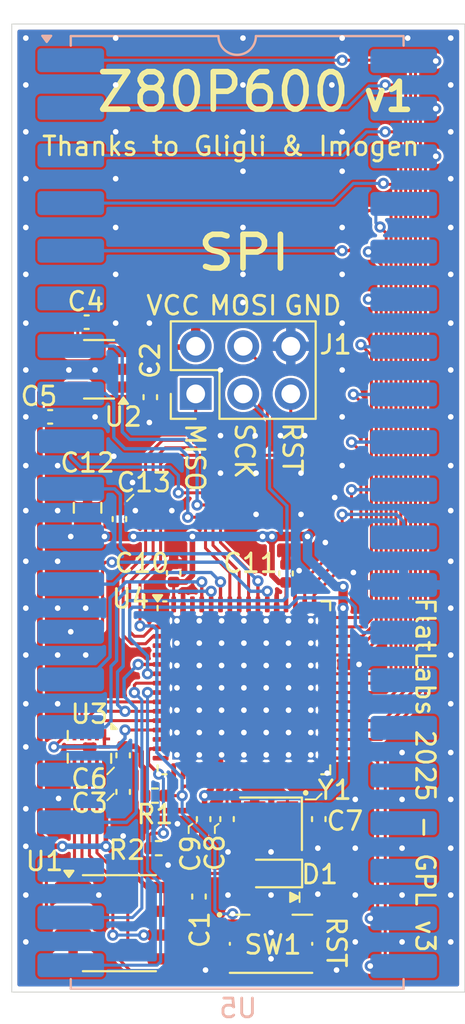
<source format=kicad_pcb>
(kicad_pcb (version 20241229) (generator "pcbnew") (generator_version "9.0")
  (layers (0 "F.Cu" signal) (2 "B.Cu" signal) (13 "F.Paste" user) (15 "B.Paste" user) (5 "F.SilkS" user "F.Silkscreen") (7 "B.SilkS" user "B.Silkscreen") (1 "F.Mask" user) (3 "B.Mask" user) (25 "Edge.Cuts" user))
  (net 0 "")
  (net 1 "GND")
  (net 2 "3V3")
  (net 3 "5V")
  (net 4 "/A1")
  (net 5 "/D1")
  (net 6 "/A9")
  (net 7 "Net-(U2-NR)")
  (net 8 "Net-(U4-XTAL1)")
  (net 9 "Net-(U4-XTAL2)")
  (net 10 "/SCK_uC")
  (net 11 "/D7")
  (net 12 "/A15")
  (net 13 "/D0")
  (net 14 "Net-(D1-A)")
  (net 15 "/~{MREQ}")
  (net 16 "/A13")
  (net 17 "/~{WR}")
  (net 18 "/D5")
  (net 19 "/A4")
  (net 20 "/A5")
  (net 21 "/A10")
  (net 22 "/~{IORQ}")
  (net 24 "/D2")
  (net 25 "/A3")
  (net 26 "/D3")
  (net 30 "/A0")
  (net 33 "/~{RFSH}")
  (net 34 "/D4")
  (net 36 "/A12")
  (net 37 "/~{NMI}")
  (net 38 "/A14")
  (net 43 "/A8")
  (net 45 "/A7")
  (net 46 "/A11")
  (net 47 "/A2")
  (net 48 "/A6")
  (net 49 "/D6")
  (net 52 "/~{RD}")
  (net 59 "/~{RESET}")
  (net 62 "/SPIN_uC")
  (net 63 "/SPOUT_uC")
  (net 64 "/SCK_RAM")
  (net 65 "/~{CS}_uC")
  (net 66 "/~{CS}_RAM")
  (net 67 "/SPIN_RAM")
  (net 68 "/SPOUT_RAM")
  (net 70 "/TXD_uC{slash}PDO")
  (net 71 "/RXD_uC{slash}PDI")
  (net 75 "/LED")
  (footprint "Capacitor_SMD:C_0402_1005Metric" (layer "F.Cu") (at 149.149 72.139 -90)
    (property "Reference" "C2")
    (property "Value" "100n")
  )
  (footprint "Capacitor_SMD:C_0402_1005Metric" (layer "F.Cu") (at 151.999 94.639 -90)
    (property "Reference" "C9")
    (property "Value" "100n")
  )
  (footprint "Capacitor_SMD:C_0402_1005Metric" (layer "F.Cu") (at 147.499 78.639 90)
    (property "Reference" "C13")
    (property "Value" "100n")
  )
  (footprint "Capacitor_SMD:C_0402_1005Metric" (layer "F.Cu") (at 153.249 94.639 -90)
    (property "Reference" "C8")
    (property "Value" "22p")
  )
  (footprint "Crystal:Crystal_SMD_2520-4Pin_2.5x2.0mm" (layer "F.Cu") (at 155.599 94.889 180)
    (property "Reference" "Y1")
    (property "Value" "16MHz")
  )
  (footprint "Package_SO:SOIC-8_3.9x4.9mm_P1.27mm" (layer "F.Cu") (at 147.499 100.189)
    (property "Reference" "U1")
    (property "Value" "FM25V05-G")
  )
  (footprint "LED_SMD:LED_0603_1608Metric_Pad1.05x0.95mm_HandSolder" (layer "F.Cu") (at 155.599 97.539 180)
    (property "Reference" "D1")
    (property "Value" "LED")
  )
  (footprint "Capacitor_SMD:C_0402_1005Metric" (layer "F.Cu") (at 158.149 94.639 -90)
    (property "Reference" "C7")
    (property "Value" "22p")
  )
  (footprint "Capacitor_SMD:C_0402_1005Metric" (layer "F.Cu") (at 143.799 73.189)
    (property "Reference" "C5")
    (property "Value" "100n")
  )
  (footprint "Capacitor_SMD:C_0402_1005Metric" (layer "F.Cu") (at 156.399 81.539 90)
    (property "Reference" "C11")
    (property "Value" "100n")
  )
  (footprint "Resistor_SMD:R_0402_1005Metric" (layer "F.Cu") (at 149.399 93.389)
    (property "Reference" "R1")
    (property "Value" "10K")
  )
  (footprint "Connector_PinHeader_2.54mm:PinHeader_2x03_P2.54mm_Vertical" (layer "F.Cu") (at 151.574 71.964 90)
    (property "Reference" "J1")
    (property "Value" "ISP")
  )
  (footprint "Button_Switch_SMD:SW_Push_1P1T-SH_NO_CK_KMR2xxG" (layer "F.Cu") (at 155.599 101.289)
    (property "Reference" "SW1")
    (property "Value" "SW_MEC_5G")
  )
  (footprint "Capacitor_SMD:C_0402_1005Metric" (layer "F.Cu") (at 150.399 81.514 90)
    (property "Reference" "C10")
    (property "Value" "100n")
  )
  (footprint "Capacitor_SMD:C_0402_1005Metric" (layer "F.Cu") (at 145.749 68.139)
    (property "Reference" "C4")
    (property "Value" "10n")
  )
  (footprint "Resistor_SMD:R_0402_1005Metric" (layer "F.Cu") (at 149.599 96.189 180)
    (property "Reference" "R2")
    (property "Value" "330")
  )
  (footprint "Capacitor_SMD:C_0805_2012Metric" (layer "F.Cu") (at 145.799 78.039 90)
    (property "Reference" "C12")
    (property "Value" "4µ7")
  )
  (footprint "Capacitor_SMD:C_0402_1005Metric" (layer "F.Cu") (at 147.699 93.189 -90)
    (property "Reference" "C3")
    (property "Value" "100n")
  )
  (footprint "Capacitor_SMD:C_0402_1005Metric" (layer "F.Cu") (at 151.749 98.769 90)
    (property "Reference" "C1")
    (property "Value" "100n")
  )
  (footprint "Package_DFN_QFN:Texas_R-PUQFN-N12" (layer "F.Cu") (at 145.899 90.789 -90)
    (property "Reference" "U3")
    (property "Value" "TXU0304RUT")
  )
  (footprint "Package_TO_SOT_SMD:SOT-23-5" (layer "F.Cu") (at 146.4115 70.6515 180)
    (property "Reference" "U2")
    (property "Value" "TPS73633DBV")
  )
  (footprint "Package_DFN_QFN:QFN-64-1EP_9x9mm_P0.5mm_EP7.65x7.65mm_ThermalVias" (layer "F.Cu") (at 154.149 87.639)
    (property "Reference" "U4")
    (property "Value" "ATmega1281-16A")
  )
  (footprint "Capacitor_SMD:C_0402_1005Metric" (layer "F.Cu") (at 147.699 91.239 -90)
    (property "Reference" "C6")
    (property "Value" "100n")
  )
  (footprint "Z80P600:Z80_DIP-40_SMDSocket" (layer "B.Cu") (at 153.84195 78.267 180)
    (property "Reference" "U5")
    (property "Value" "Z80-Socket")
  )
  (gr_line (start 152.599 95.036836) (end 152.599 95.389) (stroke (width 0.1)) (layer "F.SilkS"))
  (gr_line (start 157.999 93.589) (end 158.299 93.289) (stroke (width 0.1)) (layer "F.SilkS"))
  (gr_line (start 151.199 95.036836) (end 151.199 95.389) (stroke (width 0.1)) (layer "F.SilkS"))
  (gr_line (start 151.399 94.889) (end 151.199 95.036836) (stroke (width 0.1)) (layer "F.SilkS"))
  (gr_line (start 148.249 77.339) (end 147.899 77.689) (stroke (width 0.1)) (layer "F.SilkS"))
  (gr_circle (center 157.449 93.239) (end 157.549 93.239) (stroke (width 0.1)) (fill yes) (layer "F.SilkS"))
  (gr_line (start 146.849 93.639) (end 147.199 93.289) (stroke (width 0.1)) (layer "F.SilkS"))
  (gr_line (start 146.849 92.249) (end 147.209 91.889) (stroke (width 0.1)) (layer "F.SilkS"))
  (gr_line (start 157.449 93.589) (end 157.999 93.589) (stroke (width 0.1)) (layer "F.SilkS"))
  (gr_line (start 152.799 94.889) (end 152.599 95.036836) (stroke (width 0.1)) (layer "F.SilkS"))
  (gr_circle (center 152.849 99.739) (end 152.949 99.739) (stroke (width 0.1)) (fill yes) (layer "F.SilkS"))
  (gr_rect (start 141.749 52.239) (end 165.949 103.864) (stroke (width 0.05)) (fill no) (layer "Edge.Cuts"))
  (gr_text "RST" (at 156.149 73.389 270) (layer "F.SilkS") (effects (font (size 1 1)) (justify left bottom)))
  (gr_text "Z80P600" (at 159.949 57.039 0) (layer "F.SilkS") (effects (font (size 2 2) (thickness 0.3)) (justify right bottom)))
  (gr_text "SPI" (at 154.149 65.489 0) (layer "F.SilkS") (effects (font (size 1.8 2) (thickness 0.3)) (justify bottom)))
  (gr_text "FlatLabs 2025 - GPL v3" (at 163.249 92.289 270) (layer "F.SilkS") (effects (font (size 1 1)) (justify bottom)))
  (gr_text "GND" (at 159.449 67.839 0) (layer "F.SilkS") (effects (font (size 1 1)) (justify right bottom)))
  (gr_text "SCK" (at 153.599 73.439 270) (layer "F.SilkS") (effects (font (size 1 1)) (justify left bottom)))
  (gr_text "VCC" (at 151.899 67.839 0) (layer "F.SilkS") (effects (font (size 1 1)) (justify right bottom)))
  (gr_text "Thanks to Gligli & Imogen" (at 153.449 59.339 0) (layer "F.SilkS") (effects (font (size 1 1)) (justify bottom)))
  (gr_text "RST" (at 158.499 99.739 270) (layer "F.SilkS") (effects (font (size 1 1)) (justify left bottom)))
  (gr_text "MISO" (at 150.949 73.439 270) (layer "F.SilkS") (effects (font (size 1 1)) (justify left bottom)))
  (gr_text "MOSI" (at 154.114 67.839 0) (layer "F.SilkS") (effects (font (size 1 1)) (justify bottom)))
  (gr_text "v1" (at 160.399 56.989 0) (layer "F.SilkS") (effects (font (size 1.5 1.5) (thickness 0.3)) (justify left bottom)))
  (segment (start 145.099 90.789) (end 145.799 90.789) (width 0.3) (layer "F.Cu") (net 1))
  (segment (start 152.899 88.889) (end 154.149 87.639) (width 0.3) (layer "F.Cu") (net 1))
  (segment (start 155.899 83.189) (end 155.899 85.889) (width 0.3) (layer "F.Cu") (net 1))
  (segment (start 150.899 83.189) (end 150.899 84.389) (width 0.3) (layer "F.Cu") (net 1))
  (segment (start 150.399 81.034) (end 150.35074 81.034) (width 0.5) (layer "F.Cu") (net 1))
  (segment (start 155.899 85.889) (end 154.149 87.639) (width 0.3) (layer "F.Cu") (net 1))
  (segment (start 150.899 84.389) (end 154.149 87.639) (width 0.3) (layer "F.Cu") (net 1))
  (segment (start 145.099 90.789) (end 144.599 90.789) (width 0.3) (layer "F.Cu") (net 1))
  (segment (start 152.899 92.089) (end 152.899 88.889) (width 0.3) (layer "F.Cu") (net 1))
  (segment (start 150.35074 81.034) (end 149.94737 81.43737) (width 0.4) (layer "F.Cu") (net 1))
  (via (at 159.399 52.989) (size 0.6) (drill 0.3) (layers "F.Cu" "B.Cu") (net 1))
  (via (at 149.099 70.689) (size 0.6) (drill 0.3) (layers "F.Cu" "B.Cu") (net 1))
  (via (at 155.599 98.689) (size 0.6) (drill 0.3) (layers "F.Cu" "B.Cu") (net 1))
  (via (at 142.499 83.389) (size 0.6) (drill 0.3) (layers "F.Cu" "B.Cu") (net 1))
  (via (at 147.199 75.289) (size 0.6) (drill 0.3) (layers "F.Cu" "B.Cu") (net 1))
  (via (at 165.199 65.589) (size 0.6) (drill 0.3) (layers "F.Cu" "B.Cu") (net 1))
  (via (at 147.299 55.489) (size 0.6) (drill 0.3) (layers "F.Cu" "B.Cu") (net 1))
  (via (at 144.199 88.489) (size 0.6) (drill 0.3) (layers "F.Cu" "B.Cu") (net 1))
  (via (at 142.499 73.189) (size 0.6) (drill 0.3) (layers "F.Cu" "B.Cu") (net 1))
  (via (at 145.699 85.889) (size 0.6) (drill 0.3) (layers "F.Cu" "B.Cu") (net 1))
  (via (at 162.599 91.089) (size 0.6) (drill 0.3) (layers "F.Cu" "B.Cu") (net 1))
  (via (at 152.899 70.689) (size 0.6) (drill 0.3) (layers "F.Cu" "B.Cu") (net 1))
  (via (at 154.099 60.089) (size 0.6) (drill 0.3) (layers "F.Cu" "B.Cu") (net 1))
  (via (at 142.499 63.089) (size 0.6) (drill 0.3) (layers "F.Cu" "B.Cu") (net 1))
  (via (at 160.099 96.189) (size 0.6) (drill 0.3) (layers "F.Cu" "B.Cu") (net 1))
  (via (at 165.199 85.889) (size 0.6) (drill 0.3) (layers "F.Cu" "B.Cu") (net 1))
  (via (at 165.199 93.589) (size 0.6) (drill 0.3) (layers "F.Cu" "B.Cu") (net 1))
  (via (at 155.599 96.389) (size 0.6) (drill 0.3) (layers "F.Cu" "B.Cu") (net 1))
  (via (at 159.999 81.489) (size 0.6) (drill 0.3) (layers "F.Cu" "B.Cu") (net 1))
  (via (at 165.199 70.689) (size 0.6) (drill 0.3) (layers "F.Cu" "B.Cu") (net 1))
  (via (at 159.399 73.189) (size 0.6) (drill 0.3) (layers "F.Cu" "B.Cu") (net 1))
  (via (at 165.199 57.989) (size 0.6) (drill 0.3) (layers "F.Cu" "B.Cu") (net 1))
  (via (at 157.199 76.189) (size 0.6) (drill 0.3) (layers "F.Cu" "B.Cu") (net 1))
  (via (at 160.099 101.189) (size 0.6) (drill 0.3) (layers "F.Cu" "B.Cu") (net 1))
  (via (at 154.099 57.989) (size 0.6) (drill 0.3) (layers "F.Cu" "B.Cu") (net 1))
  (via (at 154.799 78.389) (size 0.6) (drill 0.3) (layers "F.Cu" "B.Cu") (net 1))
  (via (at 162.899 52.989) (size 0.6) (drill 0.3) (layers "F.Cu" "B.Cu") (net 1))
  (via (at 165.199 55.489) (size 0.6) (drill 0.3) (layers "F.Cu" "B.Cu") (net 1))
  (via (at 160.299 86.389) (size 0.6) (drill 0.3) (layers "F.Cu" "B.Cu") (net 1))
  (via (at 150.599 94.889) (size 0.6) (drill 0.3) (layers "F.Cu" "B.Cu") (net 1))
  (via (at 158.999 77.489) (size 0.6) (drill 0.3) (layers "F.Cu" "B.Cu") (net 1))
  (via (at 147.299 63.089) (size 0.6) (drill 0.3) (layers "F.Cu" "B.Cu") (net 1))
  (via (at 152.899 74.189) (size 0.6) (drill 0.3) (layers "F.Cu" "B.Cu") (net 1))
  (via (at 154.099 55.489) (size 0.6) (drill 0.3) (layers "F.Cu" "B.Cu") (net 1))
  (via (at 158.499 79.889) (size 0.6) (drill 0.3) (layers "F.Cu" "B.Cu") (net 1))
  (via (at 159.399 57.989) (size 0.6) (drill 0.3) (layers "F.Cu" "B.Cu") (net 1))
  (via (at 142.499 90.789) (size 0.6) (drill 0.3) (layers "F.Cu" "B.Cu") (net 1))
  (via (at 142.499 57.989) (size 0.6) (drill 0.3) (layers "F.Cu" "B.Cu") (net 1))
  (via (at 142.499 60.489) (size 0.6) (drill 0.3) (layers "F.Cu" "B.Cu") (net 1))
  (via (at 154.099 52.989) (size 0.6) (drill 0.3) (layers "F.Cu" "B.Cu") (net 1))
  (via (at 142.499 96.089) (size 0.6) (drill 0.3) (layers "F.Cu" "B.Cu") (net 1))
  (via (at 147.299 60.489) (size 0.6) (drill 0.3) (layers "F.Cu" "B.Cu") (net 1))
  (via (at 144.199 85.889) (size 0.6) (drill 0.3) (layers "F.Cu" "B.Cu") (net 1))
  (via (at 149.099 73.489) (size 0.6) (drill 0.3) (layers "F.Cu" "B.Cu") (net 1))
  (via (at 154.749 74.189) (size 0.6) (drill 0.3) (layers "F.Cu" "B.Cu") (net 1))
  (via (at 162.599 101.189) (size 0.6) (drill 0.3) (layers "F.Cu" "B.Cu") (net 1))
  (via (at 147.299 57.989) (size 0.6) (drill 0.3) (layers "F.Cu" "B.Cu") (net 1))
  (via (at 146.399 98.689) (size 0.6) (drill 0.3) (layers "F.Cu" "B.Cu") (net 1))
  (via (at 157.399 74.189) (size 0.6) (drill 0.3) (layers "F.Cu" "B.Cu") (net 1))
  (via (at 153.299 98.689) (size 0.6) (drill 0.3) (layers "F.Cu" "B.Cu") (net 1))
  (via (at 159.399 68.189) (size 0.6) (drill 0.3) (layers "F.Cu" "B.Cu") (net 1))
  (via (at 142.499 68.189) (size 0.6) (drill 0.3) (layers "F.Cu" "B.Cu") (net 1))
  (via (at 165.199 78.189) (size 0.6) (drill 0.3) (layers "F.Cu" "B.Cu") (net 1))
  (via (at 144.249 93.539) (size 0.6) (drill 0.3) (layers "F.Cu" "B.Cu") (net 1))
  (via (at 146.199 73.189) (size 0.6) (drill 0.3) (layers "F.Cu" "B.Cu") (net 1))
  (via (at 158.099 98.639) (size 0.6) (drill 0.3) (layers "F.Cu" "B.Cu") (net 1))
  (via (at 142.499 55.489) (size 0.6) (drill 0.3) (layers "F.Cu" "B.Cu") (net 1))
  (via (at 165.199 63.089) (size 0.6) (drill 0.3) (layers "F.Cu" "B.Cu") (net 1))
  (via (at 146.199 70.689) (size 0.6) (drill 0.3) (layers "F.Cu" "B.Cu") (net 1))
  (via (at 157.199 78.389) (size 0.6) (drill 0.3) (layers "F.Cu" "B.Cu") (net 1))
  (via (at 159.399 75.789) (size 0.6) (drill 0.3) (layers "F.Cu" "B.Cu") (net 1))
  (via (at 154.799 76.189) (size 0.6) (drill 0.3) (layers "F.Cu" "B.Cu") (net 1))
  (via (at 142.499 94.089) (size 0.6) (drill 0.3) (layers "F.Cu" "B.Cu") (net 1))
  (via (at 165.199 60.489) (size 0.6) (drill 0.3) (layers "F.Cu" "B.Cu") (net 1))
  (via (at 155.599 100.689) (size 0.6) (drill 0.3) (layers "F.Cu" "B.Cu") (net 1))
  (via (at 144.199 78.189) (size 0.6) (drill 0.3) (layers "F.Cu" "B.Cu") (net 1))
  (via (at 159.399 63.089) (size 0.6) (drill 0.3) (layers "F.Cu" "B.Cu") (net 1))
  (via (at 144.199 75.789) (size 0.6) (drill 0.3) (layers "F.Cu" "B.Cu") (net 1))
  (via (at 165.199 73.189) (size 0.6) (drill 0.3) (layers "F.Cu" "B.Cu") (net 1))
  (via (at 159.099 102.689) (size 0.6) (drill 0.3) (layers "F.Cu" "B.Cu") (net 1))
  (via (at 142.499 101.189) (size 0.6) (drill 0.3) (layers "F.Cu" "B.Cu") (net 1))
  (via (at 142.499 78.189) (size 0.6) (drill 0.3) (layers "F.Cu" "B.Cu") (net 1))
  (via (at 144.799 70.689) (size 0.6) (drill 0.3) (layers "F.Cu" "B.Cu") (net 1))
  (via (at 147.699 95.539) (size 0.6) (drill 0.3) (layers "F.Cu" "B.Cu") (net 1))
  (via (at 142.499 98.689) (size 0.6) (drill 0.3) (layers "F.Cu" "B.Cu") (net 1))
  (via (at 142.499 75.789) (size 0.6) (drill 0.3) (layers "F.Cu" "B.Cu") (net 1))
  (via (at 144.199 83.389) (size 0.6) (drill 0.3) (layers "F.Cu" "B.Cu") (net 1))
  (via (at 147.299 65.589) (size 0.6) (drill 0.3) (layers "F.Cu" "B.Cu") (net 1))
  (via (at 148.349 78.189) (size 0.6) (drill 0.3) (layers "F.Cu" "B.Cu") (net 1))
  (via (at 147.299 52.989) (size 0.6) (drill 0.3) (layers "F.Cu" "B.Cu") (net 1))
  (via (at 165.199 75.789) (size 0.6) (drill 0.3) (layers "F.Cu" "B.Cu") (net 1))
  (via (at 142.499 70.689) (size 0.6) (drill 0.3) (layers "F.Cu" "B.Cu") (net 1))
  (via (at 165.199 101.189) (size 0.6) (drill 0.3) (layers "F.Cu" "B.Cu") (net 1))
  (via (at 159.399 60.089) (size 0.6) (drill 0.3) (layers "F.Cu" "B.Cu") (net 1))
  (via (at 158.849 55.489) (size 0.6) (drill 0.3) (layers "F.Cu" "B.Cu") (net 1))
  (via (at 165.199 98.689) (size 0.6) (drill 0.3) (layers "F.Cu" "B.Cu") (net 1))
  (via (at 160.099 93.589) (size 0.6) (drill 0.3) (layers "F.Cu" "B.Cu") (net 1))
  (via (at 157.099 81.389) (size 0.6) (drill 0.3) (layers "F.Cu" "B.Cu") (net 1))
  (via (at 165.199 88.489) (size 0.6) (drill 0.3) (layers "F.Cu" "B.Cu") (net 1))
  (via (at 154.099 63.089) (size 0.6) (drill 0.3) (layers "F.Cu" "B.Cu") (net 1))
  (via (at 142.499 52.989) (size 0.6) (drill 0.3) (layers "F.Cu" "B.Cu") (net 1))
  (via (at 165.199 96.189) (size 0.6) (drill 0.3) (layers "F.Cu" "B.Cu") (net 1))
  (via (at 162.599 98.689) (size 0.6) (drill 0.3) (layers "F.Cu" "B.Cu") (net 1))
  (via (at 144.199 80.889) (size 0.6) (drill 0.3) (layers "F.Cu" "B.Cu") (net 1))
  (via (at 165.199 80.889) (size 0.6) (drill 0.3) (layers "F.Cu" "B.Cu") (net 1))
  (via (at 154.099 67.089) (size 0.6) (drill 0.3) (layers "F.Cu" "B.Cu") (net 1))
  (via (at 142.499 65.589) (size 0.6) (drill 0.3) (layers "F.Cu" "B.Cu") (net 1))
  (via (at 159.399 70.689) (size 0.6) (drill 0.3) (layers "F.Cu" "B.Cu") (net 1))
  (via (at 162.599 93.589) (size 0.6) (drill 0.3) (layers "F.Cu" "B.Cu") (net 1))
  (via (at 142.499 88.489) (size 0.6) (drill 0.3) (layers "F.Cu" "B.Cu") (net 1))
  (via (at 145.699 83.389) (size 0.6) (drill 0.3) (layers "F.Cu" "B.Cu") (net 1))
  (via (at 142.499 80.889) (size 0.6) (drill 0.3) (layers "F.Cu" "B.Cu") (net 1))
  (via (at 150.099 97.089) (size 0.6) (drill 0.3) (layers "F.Cu" "B.Cu") (net 1))
  (via (at 165.199 52.989) (size 0.6) (drill 0.3) (layers "F.Cu" "B.Cu") (net 1))
  (via (at 149.099 68.189) (size 0.6) (drill 0.3) (layers "F.Cu" "B.Cu") (net 1))
  (via (at 159.399 65.589) (size 0.6) (drill 0.3) (layers "F.Cu" "B.Cu") (net 1))
  (via (at 165.199 91.089) (size 0.6) (drill 0.3) (layers "F.Cu" "B.Cu") (net 1))
  (via (at 148.199 76.689) (size 0.6) (drill 0.3) (layers "F.Cu" "B.Cu") (net 1))
  (via (at 156.099 74.189) (size 0.6) (drill 0.3) (layers "F.Cu" "B.Cu") (net 1))
  (via (at 155.599 102.089) (size 0.6) (drill 0.3) (layers "F.Cu" "B.Cu") (net 1))
  (via (at 150.299 78.189) (size 0.6) (drill 0.3) (layers "F.Cu" "B.Cu") (net 1))
  (via (at 158.599 92.189) (size 0.6) (drill 0.3) (layers "F.Cu" "B.Cu") (net 1))
  (via (at 165.199 68.189) (size 0.6) (drill 0.3) (layers "F.Cu" "B.Cu") (net 1))
  (via (at 154.099 65.589) (size 0.6) (drill 0.3) (layers "F.Cu" "B.Cu") (net 1))
  (via (at 147.299 68.189) (size 0.6) (drill 0.3) (layers "F.Cu" "B.Cu") (net 1))
  (via (at 142.499 85.889) (size 0.6) (drill 0.3) (layers "F.Cu" "B.Cu") (net 1))
  (via (at 165.199 83.389) (size 0.6) (drill 0.3) (layers "F.Cu" "B.Cu") (net 1))
  (via (at 152.099 102.689) (size 0.6) (drill 0.3) (layers "F.Cu" "B.Cu") (net 1))
  (via (at 158.099 96.189) (size 0.6) (drill 0.3) (layers "F.Cu" "B.Cu") (net 1))
  (via (at 162.599 96.189) (size 0.6) (drill 0.3) (layers "F.Cu" "B.Cu") (net 1))
  (via (at 153.299 96.389) (size 0.6) (drill 0.3) (layers "F.Cu" "B.Cu") (net 1))
  (via (at 152.899 76.189) (size 0.6) (drill 0.3) (layers "F.Cu" "B.Cu") (net 1))
  (via (at 160.099 98.689) (size 0.6) (drill 0.3) (layers "F.Cu" "B.Cu") (net 1))
  (segment (start 162.671 82.139) (end 162.685 82.153) (width 0.5) (layer "B.Cu") (net 1))
  (segment (start 143.249 93.089) (end 143.249 95.489) (width 0.3) (layer "F.Cu") (net 2))
  (segment (start 148.974 98.284) (end 149.974 98.284) (width 0.25) (layer "F.Cu") (net 2))
  (segment (start 151.499 100.389) (end 150.699 99.589) (width 0.16) (layer "F.Cu") (net 2))
  (segment (start 146.779 92.979) (end 146.779 92.769) (width 0.25) (layer "F.Cu") (net 2))
  (segment (start 146.699 92.539) (end 146.699 91.439) (width 0.25) (layer "F.Cu") (net 2))
  (segment (start 148.149 102.789) (end 151.149 102.789) (width 0.16) (layer "F.Cu") (net 2))
  (segment (start 151.849 98.289) (end 149.979 98.289) (width 0.25) (layer "F.Cu") (net 2))
  (segment (start 146.699 92.689) (end 146.719 92.709) (width 0.25) (layer "F.Cu") (net 2))
  (segment (start 146.719 92.709) (end 146.899 92.709) (width 0.25) (layer "F.Cu") (net 2))
  (segment (start 149.979 98.289) (end 149.974 98.284) (width 0.25) (layer "F.Cu") (net 2))
  (segment (start 146.779 96.089) (end 146.779 92.979) (width 0.25) (layer "F.Cu") (net 2))
  (segment (start 149.979 98.289) (end 149.979 99.549) (width 0.25) (layer "F.Cu") (net 2))
  (segment (start 145.024 100.824) (end 146.184 100.824) (width 0.16) (layer "F.Cu") (net 2))
  (segment (start 146.749 92.739) (end 146.699 92.689) (width 0.25) (layer "F.Cu") (net 2))
  (segment (start 151.499 102.439) (end 151.499 100.389) (width 0.16) (layer "F.Cu") (net 2))
  (segment (start 143.5365 71.6015) (end 143.249 71.889) (width 0.3) (layer "F.Cu") (net 2))
  (segment (start 151.149 102.789) (end 151.499 102.439) (width 0.16) (layer "F.Cu") (net 2))
  (segment (start 146.899 92.709) (end 146.869 92.709) (width 0.25) (layer "F.Cu") (net 2))
  (segment (start 146.779 92.769) (end 146.699 92.689) (width 0.25) (layer "F.Cu") (net 2))
  (segment (start 146.184 100.824) (end 148.149 102.789) (width 0.16) (layer "F.Cu") (net 2))
  (segment (start 146.779 96.089) (end 148.974 98.284) (width 0.25) (layer "F.Cu") (net 2))
  (segment (start 146.779 92.979) (end 147.049 92.709) (width 0.25) (layer "F.Cu") (net 2))
  (segment (start 150.699 99.589) (end 150.649 99.589) (width 0.16) (layer "F.Cu") (net 2))
  (segment (start 145.274 71.6015) (end 143.5365 71.6015) (width 0.3) (layer "F.Cu") (net 2))
  (segment (start 146.869 92.709) (end 146.699 92.539) (width 0.25) (layer "F.Cu") (net 2))
  (segment (start 149.979 99.549) (end 149.974 99.554) (width 0.16) (layer "F.Cu") (net 2))
  (segment (start 143.249 95.489) (end 143.799 96.039) (width 0.3) (layer "F.Cu") (net 2))
  (segment (start 146.699 92.689) (end 146.699 92.539) (width 0.25) (layer "F.Cu") (net 2))
  (segment (start 147.049 92.709) (end 147.699 92.709) (width 0.25) (layer "F.Cu") (net 2))
  (segment (start 146.899 92.709) (end 147.049 92.709) (width 0.25) (layer "F.Cu") (net 2))
  (segment (start 143.849 96.089) (end 144.449 96.089) (width 0.3) (layer "F.Cu") (net 2))
  (segment (start 143.249 71.889) (end 143.249 93.089) (width 0.3) (layer "F.Cu") (net 2))
  (via (at 144.449 96.089) (size 0.6) (drill 0.3) (layers "F.Cu" "B.Cu") (net 2))
  (via (at 146.779 96.089) (size 0.6) (drill 0.3) (layers "F.Cu" "B.Cu") (net 2))
  (segment (start 144.449 96.089) (end 146.779 96.089) (width 0.3) (layer "B.Cu") (net 2))
  (segment (start 157.549 79.569) (end 158.149 78.969) (width 0.5) (layer "F.Cu") (net 3))
  (segment (start 158.149 78.969) (end 158.149 72.639) (width 0.5) (layer "F.Cu") (net 3))
  (segment (start 148.799 91.919692) (end 148.6591 91.779792) (width 0.3) (layer "F.Cu") (net 3))
  (segment (start 152.099 67.789) (end 157.799 67.789) (width 0.5) (layer "F.Cu") (net 3))
  (segment (start 159.449 82.239) (end 159.449 83.389) (width 0.5) (layer "F.Cu") (net 3))
  (segment (start 158.149 72.639) (end 158.149 68.139) (width 0.5) (layer "F.Cu") (net 3))
  (segment (start 155.999 79.569) (end 157.549 79.569) (width 0.5) (layer "F.Cu") (net 3))
  (segment (start 147.649 90.789) (end 147.749 90.889) (width 0.1778) (layer "F.Cu") (net 3))
  (segment (start 148.799 91.919691) (end 148.799 93.989) (width 0.3) (layer "F.Cu") (net 3))
  (segment (start 156.029 82.019) (end 155.649 81.639) (width 0.3) (layer "F.Cu") (net 3))
  (segment (start 149.919 71.619) (end 150.099 71.439) (width 0.3) (layer "F.Cu") (net 3))
  (segment (start 156.399 82.019) (end 156.029 82.019) (width 0.3) (layer "F.Cu") (net 3))
  (segment (start 150.099 69.619) (end 150.249 69.469) (width 0.3) (layer "F.Cu") (net 3))
  (segment (start 151.999 94.189) (end 151.999 94.159) (width 0.3) (layer "F.Cu") (net 3))
  (segment (start 146.699 79.569) (end 144.899 79.569) (width 0.5) (layer "F.Cu") (net 3))
  (segment (start 151.574 68.314) (end 152.099 67.789) (width 0.5) (layer "F.Cu") (net 3))
  (segment (start 152.399 93.039) (end 152.049 93.389) (width 0.3) (layer "F.Cu") (net 3))
  (segment (start 157.799 67.789) (end 158.149 68.139) (width 0.5) (layer "F.Cu") (net 3))
  (segment (start 150.399 81.994) (end 151.044 81.994) (width 0.3) (layer "F.Cu") (net 3))
  (segment (start 150.399 81.994) (end 150.399 83.189) (width 0.16) (layer "F.Cu") (net 3))
  (segment (start 150.099 69.619) (end 149.949 69.469) (width 0.3) (layer "F.Cu") (net 3))
  (segment (start 148.799 91.919691) (end 148.799 91.919692) (width 0.3) (layer "F.Cu") (net 3))
  (segment (start 148.8665 69.7015) (end 149.099 69.469) (width 0.3) (layer "F.Cu") (net 3))
  (segment (start 150.249 69.469) (end 150.599 69.469) (width 0.3) (layer "F.Cu") (net 3))
  (segment (start 148.999 94.189) (end 151.999 94.189) (width 0.3) (layer "F.Cu") (net 3))
  (segment (start 151.399 81.639) (end 151.399 79.569) (width 0.3) (layer "F.Cu") (net 3))
  (segment (start 155.649 81.639) (end 155.649 79.939) (width 0.3) (layer "F.Cu") (net 3))
  (segment (start 151.574 69.424) (end 151.574 68.314) (width 0.5) (layer "F.Cu") (net 3))
  (segment (start 147.549 71.6015) (end 149.0815 71.6015) (width 0.3) (layer "F.Cu") (net 3))
  (segment (start 155.149 79.569) (end 155.999 79.569) (width 0.5) (layer "F.Cu") (net 3))
  (segment (start 155.649 79.939) (end 155.649 79.569) (width 0.3) (layer "F.Cu") (net 3))
  (segment (start 149.099 69.469) (end 149.949 69.469) (width 0.3) (layer "F.Cu") (net 3))
  (segment (start 149.949 69.469) (end 150.249 69.469) (width 0.3) (layer "F.Cu") (net 3))
  (segment (start 148.6591 91.0491) (end 148.369 90.759) (width 0.3) (layer "F.Cu") (net 3))
  (segment (start 149.0815 71.6015) (end 149.099 71.619) (width 0.3) (layer "F.Cu") (net 3))
  (segment (start 151.529 69.469) (end 151.574 69.424) (width 0.3) (layer "F.Cu") (net 3))
  (segment (start 148.369 90.759) (end 147.699 90.759) (width 0.3) (layer "F.Cu") (net 3))
  (segment (start 148.6591 91.779792) (end 148.6591 91.0491) (width 0.3) (layer "F.Cu") (net 3))
  (segment (start 151.044 81.994) (end 151.399 81.639) (width 0.3) (layer "F.Cu") (net 3))
  (segment (start 150.099 71.439) (end 150.099 69.619) (width 0.3) (layer "F.Cu") (net 3))
  (segment (start 150.599 69.469) (end 151.529 69.469) (width 0.3) (layer "F.Cu") (net 3))
  (segment (start 152.399 92.089) (end 152.399 93.039) (width 0.3) (layer "F.Cu") (net 3))
  (segment (start 155.649 79.939) (end 155.399 79.689) (width 0.3) (layer "F.Cu") (net 3))
  (segment (start 152.049 93.389) (end 152.049 94.159) (width 0.3) (layer "F.Cu") (net 3))
  (segment (start 148.799 93.989) (end 148.999 94.189) (width 0.3) (layer "F.Cu") (net 3))
  (segment (start 155.649 79.919) (end 155.999 79.569) (width 0.3) (layer "F.Cu") (net 3))
  (segment (start 146.699 90.139) (end 146.699 90.789) (width 0.1778) (layer "F.Cu") (net 3))
  (segment (start 156.399 83.189) (end 156.399 82.019) (width 0.16) (layer "F.Cu") (net 3))
  (segment (start 146.699 79.569) (end 148.249 79.569) (width 0.5) (layer "F.Cu") (net 3))
  (segment (start 155.649 79.939) (end 155.649 79.919) (width 0.3) (layer "F.Cu") (net 3))
  (segment (start 149.099 71.619) (end 149.919 71.619) (width 0.3) (layer "F.Cu") (net 3))
  (segment (start 147.549 69.7015) (end 148.8665 69.7015) (width 0.3) (layer "F.Cu") (net 3))
  (segment (start 146.699 90.789) (end 147.649 90.789) (width 0.1778) (layer "F.Cu") (net 3))
  (via (at 151.399 79.569) (size 0.6) (drill 0.3) (layers "F.Cu" "B.Cu") (net 3))
  (via (at 159.449 82.239) (size 0.6) (drill 0.3) (layers "F.Cu" "B.Cu") (net 3))
  (via (at 159.449 83.389) (size 0.6) (drill 0.3) (layers "F.Cu" "B.Cu") (net 3))
  (via (at 157.549 79.569) (size 0.6) (drill 0.3) (layers "F.Cu" "B.Cu") (net 3))
  (via (at 155.649 79.569) (size 0.6) (drill 0.3) (layers "F.Cu" "B.Cu") (net 3))
  (via (at 144.899 79.569) (size 0.6) (drill 0.3) (layers "F.Cu" "B.Cu") (net 3))
  (via (at 152.049 93.389) (size 0.6) (drill 0.3) (layers "F.Cu" "B.Cu") (net 3))
  (via (at 155.149 79.569) (size 0.6) (drill 0.3) (layers "F.Cu" "B.Cu") (net 3))
  (via (at 148.249 79.569) (size 0.6) (drill 0.3) (layers "F.Cu" "B.Cu") (net 3))
  (via (at 146.699 79.569) (size 0.6) (drill 0.3) (layers "F.Cu" "B.Cu") (net 3))
  (segment (start 159.049 82.239) (end 157.549 80.739) (width 0.5) (layer "B.Cu") (net 3))
  (segment (start 157.549 80.739) (end 157.549 79.569) (width 0.5) (layer "B.Cu") (net 3))
  (segment (start 155.149 79.569) (end 151.399 79.569) (width 0.5) (layer "B.Cu") (net 3))
  (segment (start 151.399 79.569) (end 148.249 79.569) (width 0.5) (layer "B.Cu") (net 3))
  (segment (start 159.449 92.639) (end 159.449 83.389) (width 0.5) (layer "B.Cu") (net 3))
  (segment (start 159.449 82.239) (end 159.049 82.239) (width 0.5) (layer "B.Cu") (net 3))
  (segment (start 158.699 93.389) (end 159.449 92.639) (width 0.5) (layer "B.Cu") (net 3))
  (segment (start 152.049 93.389) (end 158.699 93.389) (width 0.5) (layer "B.Cu") (net 3))
  (segment (start 155.149 79.569) (end 155.649 79.569) (width 0.5) (layer "B.Cu") (net 3))
  (segment (start 157.399 82.589) (end 157.399 83.189) (width 0.16) (layer "F.Cu") (net 4))
  (segment (start 159.899 80.089) (end 157.399 82.589) (width 0.16) (layer "F.Cu") (net 4))
  (segment (start 159.899 77.073) (end 159.899 80.089) (width 0.16) (layer "F.Cu") (net 4))
  (via (at 159.899 77.073) (size 0.6) (drill 0.3) (layers "F.Cu" "B.Cu") (net 4))
  (segment (start 162.685 77.073) (end 159.899 77.073) (width 0.1778) (layer "B.Cu") (net 4))
  (segment (start 152.399 83.189) (end 152.399 82.489) (width 0.1778) (layer "F.Cu") (net 5))
  (via (at 152.399 82.489) (size 0.6) (drill 0.3) (layers "F.Cu" "B.Cu") (net 5))
  (segment (start 146.759 89.729) (end 144.899 89.729) (width 0.1778) (layer "B.Cu") (net 5))
  (segment (start 152.399 82.489) (end 147.849 82.489) (width 0.1778) (layer "B.Cu") (net 5))
  (segment (start 147.849 82.489) (end 147.349 82.989) (width 0.1778) (layer "B.Cu") (net 5))
  (segment (start 147.349 86.189) (end 147.049 86.489) (width 0.1778) (layer "B.Cu") (net 5))
  (segment (start 147.049 86.489) (end 147.049 89.439) (width 0.1778) (layer "B.Cu") (net 5))
  (segment (start 147.049 89.439) (end 146.759 89.729) (width 0.1778) (layer "B.Cu") (net 5))
  (segment (start 147.349 82.989) (end 147.349 86.189) (width 0.1778) (layer "B.Cu") (net 5))
  (segment (start 163.576 57.062) (end 163.885 56.753) (width 0.16) (layer "F.Cu") (net 6))
  (segment (start 161.549 89.889) (end 163.576 87.862) (width 0.16) (layer "F.Cu") (net 6))
  (segment (start 163.885 56.753) (end 164.399 56.753) (width 0.16) (layer "F.Cu") (net 6))
  (segment (start 158.599 89.889) (end 161.549 89.889) (width 0.16) (layer "F.Cu") (net 6))
  (segment (start 163.576 87.862) (end 163.576 57.062) (width 0.16) (layer "F.Cu") (net 6))
  (via (at 164.399 56.753) (size 0.6) (drill 0.3) (layers "F.Cu" "B.Cu") (net 6))
  (segment (start 145.274 68.144) (end 145.269 68.139) (width 0.16) (layer "F.Cu") (net 7))
  (segment (start 145.274 69.7015) (end 145.274 68.144) (width 0.16) (layer "F.Cu") (net 7))
  (segment (start 156.474 93.314) (end 156.474 94.189) (width 0.16) (layer "F.Cu") (net 8))
  (segment (start 154.149 93.089) (end 156.249 93.089) (width 0.16) (layer "F.Cu") (net 8))
  (segment (start 156.249 93.089) (end 156.474 93.314) (width 0.16) (layer "F.Cu") (net 8))
  (segment (start 153.899 92.089) (end 153.899 92.839) (width 0.16) (layer "F.Cu") (net 8))
  (segment (start 156.474 94.189) (end 158.149 94.189) (width 0.16) (layer "F.Cu") (net 8))
  (segment (start 153.899 92.839) (end 154.149 93.089) (width 0.16) (layer "F.Cu") (net 8))
  (segment (start 158.149 94.189) (end 158.199 94.139) (width 0.16) (layer "F.Cu") (net 8))
  (segment (start 153.249 93.139) (end 153.399 92.989) (width 0.16) (layer "F.Cu") (net 9))
  (segment (start 153.399 92.989) (end 153.399 92.089) (width 0.16) (layer "F.Cu") (net 9))
  (segment (start 153.294 94.159) (end 153.249 94.159) (width 0.16) (layer "F.Cu") (net 9))
  (segment (start 153.249 94.159) (end 153.249 93.139) (width 0.16) (layer "F.Cu") (net 9))
  (segment (start 154.724 95.589) (end 153.294 94.159) (width 0.16) (layer "F.Cu") (net 9))
  (segment (start 146.149 88.889) (end 145.899 89.139) (width 0.16) (layer "F.Cu") (net 10))
  (segment (start 149.699 88.889) (end 147.799 88.889) (width 0.16) (layer "F.Cu") (net 10))
  (segment (start 147.799 88.889) (end 146.149 88.889) (width 0.16) (layer "F.Cu") (net 10))
  (segment (start 145.899 89.139) (end 145.899 90.139) (width 0.16) (layer "F.Cu") (net 10))
  (via (at 147.799 88.889) (size 0.6) (drill 0.3) (layers "F.Cu" "B.Cu") (net 10))
  (segment (start 147.699 83.239) (end 147.949 82.989) (width 0.1778) (layer "B.Cu") (net 10))
  (segment (start 156.449 77.939) (end 155.518 77.008) (width 0.16) (layer "B.Cu") (net 10))
  (segment (start 147.749 88.889) (end 147.399 88.539) (width 0.1778) (layer "B.Cu") (net 10))
  (segment (start 155.518 77.008) (end 155.518 73.368) (width 0.16) (layer "B.Cu") (net 10))
  (segment (start 156.449 82.789) (end 156.449 77.939) (width 0.1778) (layer "B.Cu") (net 10))
  (segment (start 147.949 82.989) (end 156.249 82.989) (width 0.1778) (layer "B.Cu") (net 10))
  (segment (start 156.249 82.989) (end 156.449 82.789) (width 0.1778) (layer "B.Cu") (net 10))
  (segment (start 155.518 73.368) (end 154.114 71.964) (width 0.16) (layer "B.Cu") (net 10))
  (segment (start 147.399 88.539) (end 147.399 86.789) (width 0.1778) (layer "B.Cu") (net 10))
  (segment (start 147.699 86.489) (end 147.699 83.239) (width 0.1778) (layer "B.Cu") (net 10))
  (segment (start 147.399 86.789) (end 147.699 86.489) (width 0.1778) (layer "B.Cu") (net 10))
  (segment (start 147.799 88.889) (end 147.749 88.889) (width 0.1778) (layer "B.Cu") (net 10))
  (segment (start 146.599 81.089) (end 146.599 84.489) (width 0.16) (layer "F.Cu") (net 11))
  (segment (start 146.749 80.939) (end 146.599 81.089) (width 0.16) (layer "F.Cu") (net 11))
  (segment (start 155.399 83.189) (end 155.399 82.489) (width 0.1778) (layer "F.Cu") (net 11))
  (segment (start 146.599 84.489) (end 146.439 84.649) (width 0.16) (layer "F.Cu") (net 11))
  (segment (start 146.439 84.649) (end 144.899 84.649) (width 0.16) (layer "F.Cu") (net 11))
  (segment (start 147.099 80.939) (end 146.749 80.939) (width 0.16) (layer "F.Cu") (net 11))
  (via (at 144.899 84.649) (size 0.6) (drill 0.3) (layers "F.Cu" "B.Cu") (net 11))
  (via (at 155.399 82.489) (size 0.6) (drill 0.3) (layers "F.Cu" "B.Cu") (net 11))
  (via (at 147.099 80.939) (size 0.6) (drill 0.3) (layers "F.Cu" "B.Cu") (net 11))
  (segment (start 154.499 82.489) (end 152.949 80.939) (width 0.1778) (layer "B.Cu") (net 11))
  (segment (start 155.399 82.489) (end 154.499 82.489) (width 0.1778) (layer "B.Cu") (net 11))
  (segment (start 152.949 80.939) (end 147.099 80.939) (width 0.1778) (layer "B.Cu") (net 11))
  (segment (start 160.799 62.189) (end 161.81 62.189) (width 0.16) (layer "F.Cu") (net 12))
  (segment (start 159.399 64.329) (end 159.759 64.329) (width 0.16) (layer "F.Cu") (net 12))
  (segment (start 162.01 62.389) (end 162.01 86.778) (width 0.16) (layer "F.Cu") (net 12))
  (segment (start 162.01 86.778) (end 161.899 86.889) (width 0.16) (layer "F.Cu") (net 12))
  (segment (start 160.599 62.389) (end 160.799 62.189) (width 0.16) (layer "F.Cu") (net 12))
  (segment (start 161.81 62.189) (end 162.01 62.389) (width 0.16) (layer "F.Cu") (net 12))
  (segment (start 160.599 63.489) (end 160.599 62.389) (width 0.16) (layer "F.Cu") (net 12))
  (segment (start 159.759 64.329) (end 160.599 63.489) (width 0.16) (layer "F.Cu") (net 12))
  (segment (start 161.899 86.889) (end 158.599 86.889) (width 0.16) (layer "F.Cu") (net 12))
  (via (at 159.399 64.329) (size 0.6) (drill 0.3) (layers "F.Cu" "B.Cu") (net 12))
  (segment (start 159.399 64.329) (end 144.899 64.329) (width 0.1778) (layer "B.Cu") (net 12))
  (segment (start 151.899 81.989) (end 151.899 83.189) (width 0.1778) (layer "F.Cu") (net 13))
  (via (at 151.899 81.989) (size 0.6) (drill 0.3) (layers "F.Cu" "B.Cu") (net 13))
  (segment (start 146.999 82.839) (end 146.999 85.989) (width 0.1778) (layer "B.Cu") (net 13))
  (segment (start 145.799 87.189) (end 144.899 87.189) (width 0.1778) (layer "B.Cu") (net 13))
  (segment (start 147.849 81.989) (end 146.999 82.839) (width 0.1778) (layer "B.Cu") (net 13))
  (segment (start 151.899 81.989) (end 147.849 81.989) (width 0.1778) (layer "B.Cu") (net 13))
  (segment (start 146.999 85.989) (end 145.799 87.189) (width 0.1778) (layer "B.Cu") (net 13))
  (segment (start 152.389 97.539) (end 154.724 97.539) (width 0.16) (layer "F.Cu") (net 14))
  (segment (start 151.039 96.189) (end 152.389 97.539) (width 0.16) (layer "F.Cu") (net 14))
  (segment (start 150.109 96.189) (end 151.039 96.189) (width 0.16) (layer "F.Cu") (net 14))
  (segment (start 148.299 87.489) (end 148.299 87.889) (width 0.16) (layer "F.Cu") (net 15))
  (segment (start 149.715667 87.389) (end 149.7365 87.368167) (width 0.16) (layer "F.Cu") (net 15))
  (segment (start 149.699 87.389) (end 149.715667 87.389) (width 0.16) (layer "F.Cu") (net 15))
  (segment (start 149.699 87.389) (end 148.9865 87.389) (width 0.16) (layer "F.Cu") (net 15))
  (segment (start 148.399 87.389) (end 148.299 87.489) (width 0.16) (layer "F.Cu") (net 15))
  (segment (start 148.9865 87.389) (end 148.399 87.389) (width 0.16) (layer "F.Cu") (net 15))
  (via (at 148.299 87.889) (size 0.6) (drill 0.3) (layers "F.Cu" "B.Cu") (net 15))
  (segment (start 148.699 99.389) (end 148.199 99.889) (width 0.16) (layer "B.Cu") (net 15))
  (segment (start 148.299 87.889) (end 148.699 88.289) (width 0.16) (layer "B.Cu") (net 15))
  (segment (start 148.699 88.289) (end 148.699 99.389) (width 0.16) (layer "B.Cu") (net 15))
  (segment (start 148.199 99.889) (end 144.899 99.889) (width 0.16) (layer "B.Cu") (net 15))
  (segment (start 161.749 87.889) (end 162.532 87.106) (width 0.16) (layer "F.Cu") (net 16))
  (segment (start 162.532 87.106) (end 162.532 58.272) (width 0.16) (layer "F.Cu") (net 16))
  (segment (start 162.532 58.272) (end 162.249 57.989) (width 0.16) (layer "F.Cu") (net 16))
  (segment (start 162.249 57.989) (end 161.699 57.989) (width 0.16) (layer "F.Cu") (net 16))
  (segment (start 158.599 87.889) (end 161.749 87.889) (width 0.16) (layer "F.Cu") (net 16))
  (via (at 161.699 57.989) (size 0.6) (drill 0.3) (layers "F.Cu" "B.Cu") (net 16))
  (segment (start 159.439 59.249) (end 160.699 57.989) (width 0.16) (layer "B.Cu") (net 16))
  (segment (start 160.699 57.989) (end 161.699 57.989) (width 0.16) (layer "B.Cu") (net 16))
  (segment (start 144.899 59.249) (end 159.439 59.249) (width 0.16) (layer "B.Cu") (net 16))
  (segment (start 161.299 99.533) (end 161.299 91.589) (width 0.16) (layer "F.Cu") (net 17))
  (segment (start 161.099 91.389) (end 160.399 91.389) (width 0.16) (layer "F.Cu") (net 17))
  (segment (start 161.299 91.589) (end 161.099 91.389) (width 0.16) (layer "F.Cu") (net 17))
  (segment (start 160.899 99.933) (end 161.299 99.533) (width 0.16) (layer "F.Cu") (net 17))
  (segment (start 160.399 91.389) (end 158.599 91.389) (width 0.1778) (layer "F.Cu") (net 17))
  (via (at 160.899 99.933) (size 0.6) (drill 0.3) (layers "F.Cu" "B.Cu") (net 17))
  (segment (start 152.249 77.239) (end 152.899 77.889) (width 0.16) (layer "F.Cu") (net 18))
  (segment (start 152.899 77.889) (end 152.899 79.889) (width 0.16) (layer "F.Cu") (net 18))
  (segment (start 150.649 77.239) (end 152.249 77.239) (width 0.16) (layer "F.Cu") (net 18))
  (segment (start 152.899 79.889) (end 154.399 81.389) (width 0.16) (layer "F.Cu") (net 18))
  (segment (start 154.399 81.389) (end 154.399 83.189) (width 0.16) (layer "F.Cu") (net 18))
  (via (at 150.649 77.239) (size 0.6) (drill 0.3) (layers "F.Cu" "B.Cu") (net 18))
  (segment (start 150.649 77.239) (end 150.649 76.314) (width 0.1778) (layer "B.Cu") (net 18))
  (segment (start 145.424 75.864) (end 144.899 75.339) (width 0.1778) (layer "B.Cu") (net 18))
  (segment (start 150.649 76.314) (end 150.199 75.864) (width 0.1778) (layer "B.Cu") (net 18))
  (segment (start 144.899 75.339) (end 144.899 74.489) (width 0.1778) (layer "B.Cu") (net 18))
  (segment (start 150.199 75.864) (end 145.424 75.864) (width 0.1778) (layer "B.Cu") (net 18))
  (segment (start 160.96 83.978) (end 160.96 69.9) (width 0.16) (layer "F.Cu") (net 19))
  (segment (start 160.96 69.9) (end 160.399 69.339) (width 0.16) (layer "F.Cu") (net 19))
  (segment (start 160.549 84.389) (end 160.96 83.978) (width 0.16) (layer "F.Cu") (net 19))
  (segment (start 158.599 84.389) (end 160.549 84.389) (width 0.16) (layer "F.Cu") (net 19))
  (via (at 160.399 69.339) (size 0.6) (drill 0.3) (layers "F.Cu" "B.Cu") (net 19))
  (segment (start 162.685 69.453) (end 160.513 69.453) (width 0.1778) (layer "B.Cu") (net 19))
  (segment (start 160.513 69.453) (end 160.399 69.339) (width 0.1778) (layer "B.Cu") (net 19))
  (segment (start 158.599 84.889) (end 160.47989 84.889) (width 0.16) (layer "F.Cu") (net 20))
  (segment (start 161.221 84.14789) (end 161.221 67.335) (width 0.16) (layer "F.Cu") (net 20))
  (segment (start 160.47989 84.889) (end 161.221 84.14789) (width 0.16) (layer "F.Cu") (net 20))
  (segment (start 161.221 67.335) (end 160.799 66.913) (width 0.16) (layer "F.Cu") (net 20))
  (via (at 160.799 66.913) (size 0.6) (drill 0.3) (layers "F.Cu" "B.Cu") (net 20))
  (segment (start 163.837 54.213) (end 164.399 54.213) (width 0.16) (layer "F.Cu") (net 21))
  (segment (start 158.599 89.389) (end 161.599 89.389) (width 0.16) (layer "F.Cu") (net 21))
  (segment (start 163.315 54.735) (end 163.837 54.213) (width 0.16) (layer "F.Cu") (net 21))
  (segment (start 161.599 89.389) (end 163.315 87.673) (width 0.16) (layer "F.Cu") (net 21))
  (segment (start 163.315 87.673) (end 163.315 54.735) (width 0.16) (layer "F.Cu") (net 21))
  (via (at 164.399 54.213) (size 0.6) (drill 0.3) (layers "F.Cu" "B.Cu") (net 21))
  (segment (start 149.699 87.889) (end 148.999 87.889) (width 0.16) (layer "F.Cu") (net 22))
  (via (at 148.999 87.889) (size 0.6) (drill 0.3) (layers "F.Cu" "B.Cu") (net 22))
  (segment (start 144.899 102.429) (end 149.509 102.429) (width 0.16) (layer "B.Cu") (net 22))
  (segment (start 149.509 102.429) (end 149.699 102.239) (width 0.16) (layer "B.Cu") (net 22))
  (segment (start 148.999 97.389) (end 148.999 87.889) (width 0.16) (layer "B.Cu") (net 22))
  (segment (start 149.699 98.089) (end 148.999 97.389) (width 0.16) (layer "B.Cu") (net 22))
  (segment (start 149.699 102.239) (end 149.699 98.089) (width 0.16) (layer "B.Cu") (net 22))
  (segment (start 152.899 83.189) (end 152.899 81.989) (width 0.1778) (layer "F.Cu") (net 24))
  (via (at 152.899 81.989) (size 0.6) (drill 0.3) (layers "F.Cu" "B.Cu") (net 24))
  (segment (start 147.799 81.489) (end 147.179 82.109) (width 0.1778) (layer "B.Cu") (net 24))
  (segment (start 152.399 81.489) (end 147.799 81.489) (width 0.1778) (layer "B.Cu") (net 24))
  (segment (start 152.899 81.989) (end 152.399 81.489) (width 0.1778) (layer "B.Cu") (net 24))
  (segment (start 147.179 82.109) (end 144.899 82.109) (width 0.1778) (layer "B.Cu") (net 24))
  (segment (start 160.549 83.889) (end 158.599 83.889) (width 0.16) (layer "F.Cu") (net 25))
  (segment (start 159.999 71.989) (end 160.699 72.689) (width 0.16) (layer "F.Cu") (net 25))
  (segment (start 160.699 83.739) (end 160.549 83.889) (width 0.16) (layer "F.Cu") (net 25))
  (segment (start 160.699 72.689) (end 160.699 83.739) (width 0.16) (layer "F.Cu") (net 25))
  (via (at 159.999 71.989) (size 0.6) (drill 0.3) (layers "F.Cu" "B.Cu") (net 25))
  (segment (start 162.685 71.993) (end 160.003 71.993) (width 0.1778) (layer "B.Cu") (net 25))
  (segment (start 160.003 71.993) (end 159.999 71.989) (width 0.1778) (layer "B.Cu") (net 25))
  (segment (start 152.099 78.889) (end 151.749 78.539) (width 0.16) (layer "F.Cu") (net 26))
  (segment (start 153.399 81.489) (end 152.099 80.189) (width 0.16) (layer "F.Cu") (net 26))
  (segment (start 152.099 80.189) (end 152.099 78.889) (width 0.16) (layer "F.Cu") (net 26))
  (segment (start 151.749 78.539) (end 151.149 78.539) (width 0.16) (layer "F.Cu") (net 26))
  (segment (start 153.399 83.189) (end 153.399 81.489) (width 0.16) (layer "F.Cu") (net 26))
  (via (at 151.149 78.539) (size 0.6) (drill 0.3) (layers "F.Cu" "B.Cu") (net 26))
  (segment (start 151.149 78.539) (end 151.149 75.289) (width 0.1778) (layer "B.Cu") (net 26))
  (segment (start 147.799 74.889) (end 147.199 74.289) (width 0.1778) (layer "B.Cu") (net 26))
  (segment (start 143.606 71.882) (end 143.649 71.839) (width 0.2) (layer "B.Cu") (net 26))
  (segment (start 151.149 75.289) (end 150.749 74.889) (width 0.1778) (layer "B.Cu") (net 26))
  (segment (start 147.199 72.389) (end 146.759 71.949) (width 0.1778) (layer "B.Cu") (net 26))
  (segment (start 146.759 71.949) (end 144.899 71.949) (width 0.1778) (layer "B.Cu") (net 26))
  (segment (start 143.55765 71.882) (end 143.606 71.882) (width 0.2) (layer "B.Cu") (net 26))
  (segment (start 150.749 74.889) (end 147.799 74.889) (width 0.1778) (layer "B.Cu") (net 26))
  (segment (start 147.199 74.289) (end 147.199 72.389) (width 0.1778) (layer "B.Cu") (net 26))
  (segment (start 159.399 78.389) (end 159.399 79.889) (width 0.16) (layer "F.Cu") (net 30))
  (segment (start 156.899 83.189) (end 156.899 82.389) (width 0.16) (layer "F.Cu") (net 30))
  (segment (start 159.399 79.889) (end 156.899 82.389) (width 0.16) (layer "F.Cu") (net 30))
  (via (at 159.399 78.389) (size 0.6) (drill 0.3) (layers "F.Cu" "B.Cu") (net 30))
  (segment (start 162.685 79.613) (end 162.685 78.775) (width 0.1778) (layer "B.Cu") (net 30))
  (segment (start 162.299 78.389) (end 159.399 78.389) (width 0.1778) (layer "B.Cu") (net 30))
  (segment (start 162.685 78.775) (end 162.299 78.389) (width 0.1778) (layer "B.Cu") (net 30))
  (segment (start 148.999 86.889) (end 149.699 86.889) (width 0.16) (layer "F.Cu") (net 33))
  (via (at 148.999 86.889) (size 0.6) (drill 0.3) (layers "F.Cu" "B.Cu") (net 33))
  (segment (start 159.599 82.839) (end 160.099 83.339) (width 0.1778) (layer "B.Cu") (net 33))
  (segment (start 160.099 84.289) (end 160.503 84.693) (width 0.1778) (layer "B.Cu") (net 33))
  (segment (start 160.503 84.693) (end 162.685 84.693) (width 0.1778) (layer "B.Cu") (net 33))
  (segment (start 148.049 83.489) (end 148.199 83.339) (width 0.1778) (layer "B.Cu") (net 33))
  (segment (start 148.999 85.939) (end 148.049 84.989) (width 0.1778) (layer "B.Cu") (net 33))
  (segment (start 148.199 83.339) (end 156.549 83.339) (width 0.1778) (layer "B.Cu") (net 33))
  (segment (start 148.999 86.889) (end 148.999 85.939) (width 0.1778) (layer "B.Cu") (net 33))
  (segment (start 156.549 83.339) (end 157.049 82.839) (width 0.1778) (layer "B.Cu") (net 33))
  (segment (start 148.049 84.989) (end 148.049 83.489) (width 0.1778) (layer "B.Cu") (net 33))
  (segment (start 157.049 82.839) (end 159.599 82.839) (width 0.1778) (layer "B.Cu") (net 33))
  (segment (start 160.099 83.339) (end 160.099 84.289) (width 0.1778) (layer "B.Cu") (net 33))
  (segment (start 152.099 77.889) (end 151.649 77.889) (width 0.16) (layer "F.Cu") (net 34))
  (segment (start 152.499 78.289) (end 152.099 77.889) (width 0.16) (layer "F.Cu") (net 34))
  (segment (start 152.499 80.039) (end 152.499 78.289) (width 0.16) (layer "F.Cu") (net 34))
  (segment (start 153.899 83.189) (end 153.899 81.439) (width 0.16) (layer "F.Cu") (net 34))
  (segment (start 153.899 81.439) (end 152.499 80.039) (width 0.16) (layer "F.Cu") (net 34))
  (via (at 151.649 77.889) (size 0.6) (drill 0.3) (layers "F.Cu" "B.Cu") (net 34))
  (segment (start 147.219 69.409) (end 147.649 69.839) (width 0.1778) (layer "B.Cu") (net 34))
  (segment (start 151.649 75.089) (end 151.649 77.889) (width 0.1778) (layer "B.Cu") (net 34))
  (segment (start 147.649 69.839) (end 147.649 73.989) (width 0.1778) (layer "B.Cu") (net 34))
  (segment (start 144.899 69.409) (end 147.219 69.409) (width 0.1778) (layer "B.Cu") (net 34))
  (segment (start 150.949 74.389) (end 151.649 75.089) (width 0.1778) (layer "B.Cu") (net 34))
  (segment (start 147.649 73.989) (end 148.049 74.389) (width 0.1778) (layer "B.Cu") (net 34))
  (segment (start 148.049 74.389) (end 150.949 74.389) (width 0.1778) (layer "B.Cu") (net 34))
  (segment (start 161.699 88.389) (end 162.793 87.295) (width 0.16) (layer "F.Cu") (net 36))
  (segment (start 162.549 55.489) (end 161.699 55.489) (width 0.16) (layer "F.Cu") (net 36))
  (segment (start 162.793 55.733) (end 162.549 55.489) (width 0.16) (layer "F.Cu") (net 36))
  (segment (start 158.599 88.389) (end 161.699 88.389) (width 0.16) (layer "F.Cu") (net 36))
  (segment (start 162.793 87.295) (end 162.793 55.733) (width 0.16) (layer "F.Cu") (net 36))
  (via (at 161.699 55.489) (size 0.6) (drill 0.3) (layers "F.Cu" "B.Cu") (net 36))
  (segment (start 144.899 56.709) (end 159.679 56.709) (width 0.16) (layer "B.Cu") (net 36))
  (segment (start 159.679 56.709) (end 160.849 55.539) (width 0.16) (layer "B.Cu") (net 36))
  (segment (start 161.649 55.539) (end 161.699 55.489) (width 0.16) (layer "B.Cu") (net 36))
  (segment (start 160.849 55.539) (end 161.649 55.539) (width 0.16) (layer "B.Cu") (net 36))
  (segment (start 148.499 86.389) (end 149.699 86.389) (width 0.1778) (layer "F.Cu") (net 37))
  (via (at 148.499 86.389) (size 0.6) (drill 0.3) (layers "F.Cu" "B.Cu") (net 37))
  (segment (start 147.749 87.139) (end 147.749 88.089) (width 0.1778) (layer "B.Cu") (net 37))
  (segment (start 148.499 86.389) (end 147.749 87.139) (width 0.1778) (layer "B.Cu") (net 37))
  (segment (start 148.399 88.739) (end 148.399 94.289) (width 0.1778) (layer "B.Cu") (net 37))
  (segment (start 148.399 94.289) (end 147.879 94.809) (width 0.1778) (layer "B.Cu") (net 37))
  (segment (start 147.879 94.809) (end 144.899 94.809) (width 0.1778) (layer "B.Cu") (net 37))
  (segment (start 147.749 88.089) (end 148.399 88.739) (width 0.1778) (layer "B.Cu") (net 37))
  (segment (start 158.599 87.389) (end 161.799 87.389) (width 0.16) (layer "F.Cu") (net 38))
  (segment (start 162.271 60.961) (end 162.099 60.789) (width 0.16) (layer "F.Cu") (net 38))
  (segment (start 161.649 60.789) (end 161.599 60.739) (width 0.16) (layer "F.Cu") (net 38))
  (segment (start 161.799 87.389) (end 162.271 86.917) (width 0.16) (layer "F.Cu") (net 38))
  (segment (start 162.099 60.789) (end 161.649 60.789) (width 0.16) (layer "F.Cu") (net 38))
  (segment (start 162.271 86.917) (end 162.271 60.961) (width 0.16) (layer "F.Cu") (net 38))
  (via (at 161.599 60.739) (size 0.6) (drill 0.3) (layers "F.Cu" "B.Cu") (net 38))
  (segment (start 159.999 60.739) (end 161.599 60.739) (width 0.16) (layer "B.Cu") (net 38))
  (segment (start 144.899 61.789) (end 158.949 61.789) (width 0.16) (layer "B.Cu") (net 38))
  (segment (start 158.949 61.789) (end 159.999 60.739) (width 0.16) (layer "B.Cu") (net 38))
  (segment (start 158.599 90.389) (end 161.499 90.389) (width 0.16) (layer "F.Cu") (net 43))
  (segment (start 163.849 88.039) (end 163.849 59.843) (width 0.16) (layer "F.Cu") (net 43))
  (segment (start 163.849 59.843) (end 164.399 59.293) (width 0.16) (layer "F.Cu") (net 43))
  (segment (start 161.499 90.389) (end 163.849 88.039) (width 0.16) (layer "F.Cu") (net 43))
  (via (at 164.399 59.293) (size 0.6) (drill 0.3) (layers "F.Cu" "B.Cu") (net 43))
  (segment (start 161.424 63.064) (end 161.749 63.389) (width 0.16) (layer "F.Cu") (net 45))
  (segment (start 160.449 85.889) (end 158.599 85.889) (width 0.16) (layer "F.Cu") (net 45))
  (segment (start 161.749 63.389) (end 161.749 84.589) (width 0.16) (layer "F.Cu") (net 45))
  (segment (start 161.749 84.589) (end 160.449 85.889) (width 0.16) (layer "F.Cu") (net 45))
  (via (at 161.424 63.064) (size 0.6) (drill 0.3) (layers "F.Cu" "B.Cu") (net 45))
  (segment (start 161.199 61.839) (end 161.199 62.839) (width 0.16) (layer "B.Cu") (net 45))
  (segment (start 161.199 62.839) (end 161.424 63.064) (width 0.16) (layer "B.Cu") (net 45))
  (segment (start 163.054 54.744) (end 163.054 87.484) (width 0.16) (layer "F.Cu") (net 46))
  (segment (start 163.054 87.484) (end 161.649 88.889) (width 0.16) (layer "F.Cu") (net 46))
  (segment (start 162.479 54.169) (end 163.054 54.744) (width 0.16) (layer "F.Cu") (net 46))
  (segment (start 161.649 88.889) (end 158.599 88.889) (width 0.16) (layer "F.Cu") (net 46))
  (segment (start 159.399 54.169) (end 162.479 54.169) (width 0.16) (layer "F.Cu") (net 46))
  (via (at 159.399 54.169) (size 0.6) (drill 0.3) (layers "F.Cu" "B.Cu") (net 46))
  (segment (start 144.899 54.169) (end 159.399 54.169) (width 0.16) (layer "B.Cu") (net 46))
  (segment (start 160.399 75.039) (end 160.399 80.189) (width 0.16) (layer "F.Cu") (net 47))
  (segment (start 157.899 82.689) (end 157.899 83.189) (width 0.16) (layer "F.Cu") (net 47))
  (segment (start 160.399 80.189) (end 157.899 82.689) (width 0.16) (layer "F.Cu") (net 47))
  (segment (start 159.899 74.539) (end 160.399 75.039) (width 0.16) (layer "F.Cu") (net 47))
  (via (at 159.899 74.539) (size 0.6) (drill 0.3) (layers "F.Cu" "B.Cu") (net 47))
  (segment (start 159.905 74.533) (end 159.899 74.539) (width 0.1778) (layer "B.Cu") (net 47))
  (segment (start 162.685 74.533) (end 159.905 74.533) (width 0.1778) (layer "B.Cu") (net 47))
  (segment (start 161.482 65.072) (end 160.799 64.389) (width 0.16) (layer "F.Cu") (net 48))
  (segment (start 158.599 85.389) (end 160.449 85.389) (width 0.16) (layer "F.Cu") (net 48))
  (segment (start 161.482 84.356) (end 161.482 65.072) (width 0.16) (layer "F.Cu") (net 48))
  (segment (start 160.449 85.389) (end 161.482 84.356) (width 0.16) (layer "F.Cu") (net 48))
  (via (at 160.799 64.389) (size 0.6) (drill 0.3) (layers "F.Cu" "B.Cu") (net 48))
  (segment (start 154.899 83.189) (end 154.899 81.939) (width 0.1778) (layer "F.Cu") (net 49))
  (via (at 154.899 81.939) (size 0.6) (drill 0.3) (layers "F.Cu" "B.Cu") (net 49))
  (segment (start 153.449 80.489) (end 147.949 80.489) (width 0.1778) (layer "B.Cu") (net 49))
  (segment (start 147.549 77.339) (end 147.239 77.029) (width 0.1778) (layer "B.Cu") (net 49))
  (segment (start 147.949 80.489) (end 147.549 80.089) (width 0.1778) (layer "B.Cu") (net 49))
  (segment (start 154.899 81.939) (end 153.449 80.489) (width 0.1778) (layer "B.Cu") (net 49))
  (segment (start 147.239 77.029) (end 144.899 77.029) (width 0.1778) (layer "B.Cu") (net 49))
  (segment (start 147.549 80.089) (end 147.549 77.339) (width 0.1778) (layer "B.Cu") (net 49))
  (segment (start 161.699 91.189) (end 161.699 102.089) (width 0.16) (layer "F.Cu") (net 52))
  (segment (start 161.399 90.889) (end 161.699 91.189) (width 0.16) (layer "F.Cu") (net 52))
  (segment (start 160.899 102.473) (end 161.315 102.473) (width 0.1778) (layer "F.Cu") (net 52))
  (segment (start 158.599 90.889) (end 161.399 90.889) (width 0.16) (layer "F.Cu") (net 52))
  (segment (start 161.315 102.473) (end 161.699 102.089) (width 0.1778) (layer "F.Cu") (net 52))
  (via (at 160.899 102.473) (size 0.6) (drill 0.3) (layers "F.Cu" "B.Cu") (net 52))
  (segment (start 162.685 102.473) (end 160.899 102.473) (width 0.1778) (layer "B.Cu") (net 52))
  (segment (start 150.849 92.989) (end 150.949 92.889) (width 0.1778) (layer "F.Cu") (net 59))
  (segment (start 153.549 100.489) (end 154.449 101.389) (width 0.16) (layer "F.Cu") (net 59))
  (segment (start 153.549 99.689) (end 153.549 99.539) (width 0.16) (layer "F.Cu") (net 59))
  (segment (start 148.599 84.339) (end 148.599 82.039) (width 0.16) (layer "F.Cu") (net 59))
  (segment (start 151.699 92.889) (end 151.899 92.689) (width 0.1778) (layer "F.Cu") (net 59))
  (segment (start 150.149 75.239) (end 156.299 75.239) (width 0.16) (layer "F.Cu") (net 59))
  (segment (start 150.849 93.389) (end 150.849 92.989) (width 0.1778) (layer "F.Cu") (net 59))
  (segment (start 156.299 75.239) (end 156.654 74.884) (width 0.16) (layer "F.Cu") (net 59))
  (segment (start 148.599 82.039) (end 149.699 80.939) (width 0.16) (layer "F.Cu") (net 59))
  (segment (start 156.654 74.884) (end 156.654 71.964) (width 0.16) (layer "F.Cu") (net 59))
  (segment (start 151.899 92.689) (end 151.899 92.089) (width 0.1778) (layer "F.Cu") (net 59))
  (segment (start 154.449 101.389) (end 156.749 101.389) (width 0.16) (layer "F.Cu") (net 59))
  (segment (start 153.549 100.489) (end 153.549 99.689) (width 0.16) (layer "F.Cu") (net 59))
  (segment (start 156.749 101.389) (end 157.649 100.489) (width 0.16) (layer "F.Cu") (net 59))
  (segment (start 150.949 92.889) (end 151.699 92.889) (width 0.1778) (layer "F.Cu") (net 59))
  (segment (start 149.699 75.689) (end 150.149 75.239) (width 0.16) (layer "F.Cu") (net 59))
  (segment (start 150.849 93.389) (end 149.909 93.389) (width 0.16) (layer "F.Cu") (net 59))
  (segment (start 151.899 92.360094) (end 151.899 92.089) (width 0.16) (layer "F.Cu") (net 59))
  (segment (start 149.699 80.939) (end 149.699 75.689) (width 0.16) (layer "F.Cu") (net 59))
  (via (at 153.549 99.689) (size 0.6) (drill 0.3) (layers "F.Cu" "B.Cu") (net 59))
  (via (at 150.849 93.389) (size 0.6) (drill 0.3) (layers "F.Cu" "B.Cu") (net 59))
  (via (at 148.599 84.339) (size 0.6) (drill 0.3) (layers "F.Cu" "B.Cu") (net 59))
  (segment (start 149.299 84.339) (end 148.599 84.339) (width 0.1778) (layer "B.Cu") (net 59))
  (segment (start 152.599 99.489) (end 152.799 99.689) (width 0.16) (layer "B.Cu") (net 59))
  (segment (start 149.499 91.089) (end 149.499 84.539) (width 0.1778) (layer "B.Cu") (net 59))
  (segment (start 149.499 84.539) (end 149.299 84.339) (width 0.1778) (layer "B.Cu") (net 59))
  (segment (start 150.849 92.439) (end 149.499 91.089) (width 0.1778) (layer "B.Cu") (net 59))
  (segment (start 150.849 93.389) (end 150.849 94.339) (width 0.16) (layer "B.Cu") (net 59))
  (segment (start 152.799 99.689) (end 153.549 99.689) (width 0.16) (layer "B.Cu") (net 59))
  (segment (start 150.849 93.389) (end 150.849 92.439) (width 0.1778) (layer "B.Cu") (net 59))
  (segment (start 152.599 96.089) (end 152.599 99.489) (width 0.16) (layer "B.Cu") (net 59))
  (segment (start 150.849 94.339) (end 152.599 96.089) (width 0.16) (layer "B.Cu") (net 59))
  (segment (start 147.749 89.889) (end 147.799 89.889) (width 0.1778) (layer "F.Cu") (net 62))
  (segment (start 143.999 90.789) (end 144.649 90.139) (width 0.16) (layer "F.Cu") (net 62))
  (segment (start 144.649 90.139) (end 145.099 90.139) (width 0.16) (layer "F.Cu") (net 62))
  (segment (start 147.799 89.889) (end 149.699 89.889) (width 0.16) (layer "F.Cu") (net 62))
  (via (at 143.999 90.789) (size 0.6) (drill 0.3) (layers "F.Cu" "B.Cu") (net 62))
  (via (at 147.799 89.889) (size 0.6) (drill 0.3) (layers "F.Cu" "B.Cu") (net 62))
  (segment (start 147.349 90.789) (end 147.799 90.339) (width 0.1778) (layer "B.Cu") (net 62))
  (segment (start 147.799 90.339) (end 147.799 89.889) (width 0.1778) (layer "B.Cu") (net 62))
  (segment (start 143.999 90.789) (end 147.349 90.789) (width 0.1778) (layer "B.Cu") (net 62))
  (segment (start 146.299 89.589) (end 146.299 90.139) (width 0.16) (layer "F.Cu") (net 63))
  (segment (start 149.699 89.389) (end 146.499 89.389) (width 0.16) (layer "F.Cu") (net 63))
  (segment (start 146.499 89.389) (end 146.299 89.589) (width 0.16) (layer "F.Cu") (net 63))
  (segment (start 149.974 100.824) (end 148.799 100.824) (width 0.16) (layer "F.Cu") (net 64))
  (segment (start 147.149 97.839) (end 145.899 96.589) (width 0.16) (layer "F.Cu") (net 64))
  (segment (start 145.899 96.589) (end 145.899 91.439) (width 0.16) (layer "F.Cu") (net 64))
  (segment (start 147.149 100.824) (end 147.149 97.839) (width 0.16) (layer "F.Cu") (net 64))
  (via (at 148.799 100.824) (size 0.6) (drill 0.3) (layers "F.Cu" "B.Cu") (net 64))
  (via (at 147.149 100.824) (size 0.6) (drill 0.3) (layers "F.Cu" "B.Cu") (net 64))
  (segment (start 148.799 100.824) (end 147.149 100.824) (width 0.16) (layer "B.Cu") (net 64))
  (segment (start 149.699 88.389) (end 145.799 88.389) (width 0.16) (layer "F.Cu") (net 65))
  (segment (start 145.499 90.139) (end 145.499 88.689) (width 0.16) (layer "F.Cu") (net 65))
  (segment (start 145.499 88.689) (end 145.799 88.389) (width 0.16) (layer "F.Cu") (net 65))
  (segment (start 145.499 97.809) (end 145.024 98.284) (width 0.16) (layer "F.Cu") (net 66))
  (segment (start 145.499 91.439) (end 145.499 97.809) (width 0.16) (layer "F.Cu") (net 66))
  (segment (start 149.974 102.094) (end 148.404 102.094) (width 0.16) (layer "F.Cu") (net 67))
  (segment (start 148.404 102.094) (end 147.949 101.639) (width 0.16) (layer "F.Cu") (net 67))
  (segment (start 147.949 98.089) (end 146.299 96.439) (width 0.16) (layer "F.Cu") (net 67))
  (segment (start 146.299 96.439) (end 146.299 91.439) (width 0.16) (layer "F.Cu") (net 67))
  (segment (start 147.949 101.639) (end 147.949 98.089) (width 0.16) (layer "F.Cu") (net 67))
  (segment (start 143.599 99.389) (end 143.764 99.554) (width 0.16) (layer "F.Cu") (net 68))
  (segment (start 145.099 96.639) (end 145.099 91.439) (width 0.16) (layer "F.Cu") (net 68))
  (segment (start 143.599 97.789) (end 143.599 99.389) (width 0.16) (layer "F.Cu") (net 68))
  (segment (start 145.099 97.339) (end 144.849 97.589) (width 0.16) (layer "F.Cu") (net 68))
  (segment (start 145.099 96.639) (end 145.099 97.339) (width 0.16) (layer "F.Cu") (net 68))
  (segment (start 144.849 97.589) (end 143.799 97.589) (width 0.16) (layer "F.Cu") (net 68))
  (segment (start 143.799 97.589) (end 143.599 97.789) (width 0.16) (layer "F.Cu") (net 68))
  (segment (start 143.764 99.554) (end 145.024 99.554) (width 0.16) (layer "F.Cu") (net 68))
  (segment (start 149.799 74.439) (end 151.149 74.439) (width 0.16) (layer "F.Cu") (net 70))
  (segment (start 148.149 85.289) (end 147.699 84.839) (width 0.16) (layer "F.Cu") (net 70))
  (segment (start 147.699 84.839) (end 147.699 81.739) (width 0.16) (layer "F.Cu") (net 70))
  (segment (start 151.149 74.439) (end 151.574 74.014) (width 0.16) (layer "F.Cu") (net 70))
  (segment (start 151.574 74.014) (end 151.574 71.964) (width 0.16) (layer "F.Cu") (net 70))
  (segment (start 149.299 84.889) (end 148.899 85.289) (width 0.16) (layer "F.Cu") (net 70))
  (segment (start 147.699 81.739) (end 148.899 80.539) (width 0.16) (layer "F.Cu") (net 70))
  (segment (start 148.899 80.539) (end 148.899 75.339) (width 0.16) (layer "F.Cu") (net 70))
  (segment (start 148.899 85.289) (end 148.149 85.289) (width 0.16) (layer "F.Cu") (net 70))
  (segment (start 149.699 84.889) (end 149.299 84.889) (width 0.16) (layer "F.Cu") (net 70))
  (segment (start 148.899 75.339) (end 149.799 74.439) (width 0.16) (layer "F.Cu") (net 70))
  (segment (start 148.049 81.989) (end 149.299 80.739) (width 0.16) (layer "F.Cu") (net 71))
  (segment (start 148.299 84.889) (end 148.049 84.639) (width 0.16) (layer "F.Cu") (net 71))
  (segment (start 155.399 74.689) (end 155.399 70.709) (width 0.16) (layer "F.Cu") (net 71))
  (segment (start 149.699 84.389) (end 149.299 84.389) (width 0.16) (layer "F.Cu") (net 71))
  (segment (start 148.799 84.889) (end 148.299 84.889) (width 0.16) (layer "F.Cu") (net 71))
  (segment (start 149.299 80.739) (end 149.299 75.489) (width 0.16) (layer "F.Cu") (net 71))
  (segment (start 149.299 75.489) (end 149.949 74.839) (width 0.16) (layer "F.Cu") (net 71))
  (segment (start 155.249 74.839) (end 155.399 74.689) (width 0.16) (layer "F.Cu") (net 71))
  (segment (start 149.299 84.389) (end 148.799 84.889) (width 0.16) (layer "F.Cu") (net 71))
  (segment (start 155.399 70.709) (end 154.114 69.424) (width 0.16) (layer "F.Cu") (net 71))
  (segment (start 148.049 84.639) (end 148.049 81.989) (width 0.16) (layer "F.Cu") (net 71))
  (segment (start 149.949 74.839) (end 155.249 74.839) (width 0.16) (layer "F.Cu") (net 71))
  (segment (start 149.149 90.889) (end 149.049 90.989) (width 0.1778) (layer "F.Cu") (net 75))
  (segment (start 149.849 95.389) (end 149.199 95.389) (width 0.16) (layer "F.Cu") (net 75))
  (segment (start 149.049 91.689) (end 149.599 92.239) (width 0.1778) (layer "F.Cu") (net 75))
  (segment (start 149.199 95.389) (end 149.089 95.499) (width 0.16) (layer "F.Cu") (net 75))
  (segment (start 149.049 90.989) (end 149.049 91.689) (width 0.1778) (layer "F.Cu") (net 75))
  (segment (start 149.089 95.499) (end 149.089 96.189) (width 0.16) (layer "F.Cu") (net 75))
  (segment (start 149.699 90.889) (end 149.149 90.889) (width 0.1778) (layer "F.Cu") (net 75))
  (via (at 149.849 95.389) (size 0.6) (drill 0.3) (layers "F.Cu" "B.Cu") (net 75))
  (via (at 149.599 92.239) (size 0.6) (drill 0.3) (layers "F.Cu" "B.Cu") (net 75))
  (segment (start 149.849 95.389) (end 149.849 94.189) (width 0.16) (layer "B.Cu") (net 75))
  (segment (start 149.849 94.189) (end 149.849 92.489) (width 0.16) (layer "B.Cu") (net 75))
  (segment (start 149.849 92.489) (end 149.599 92.239) (width 0.16) (layer "B.Cu") (net 75))
  (zone (net 1) (net_name "GND") (layers "F.Cu" "B.Cu") (connect_pads (clearance 0.12)) (min_thickness 0.2) (fill yes (thermal_gap 0.15) (thermal_bridge_width 0.5) (island_removal_mode 2) (island_area_min 10))
    (polygon (pts (xy 141.899 52.389) (xy 141.899 103.789) (xy 165.699 103.789) (xy 165.799 103.689) (xy 165.799 52.389)))
  )
)
</source>
